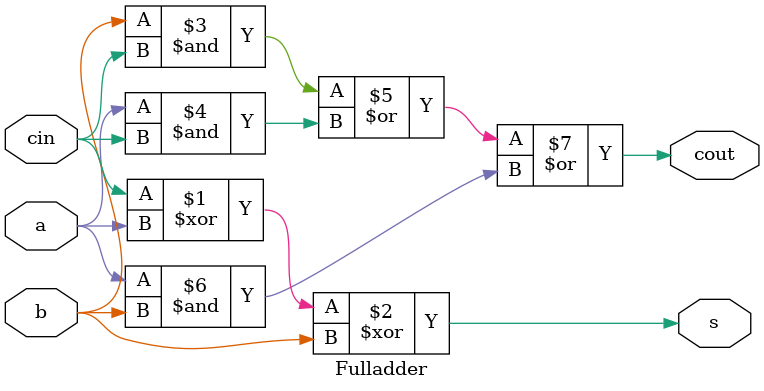
<source format=v>
`timescale 1ns / 1ps
module Fulladder(a, b, cin, s, cout);
  // 3C7 LabD 2010
  // a and b are the bits to add
  // cin is carry in
  input wire a, b, cin;
  
  // s is the sum of a and b. cout is any carry out bit
  // wires since just using assign here
  output wire s, cout;

  // logic for sum and carry
  assign s = cin ^ a ^ b;
  assign cout = (b & cin) | (a & cin) | (a & b); 
  
endmodule
</source>
